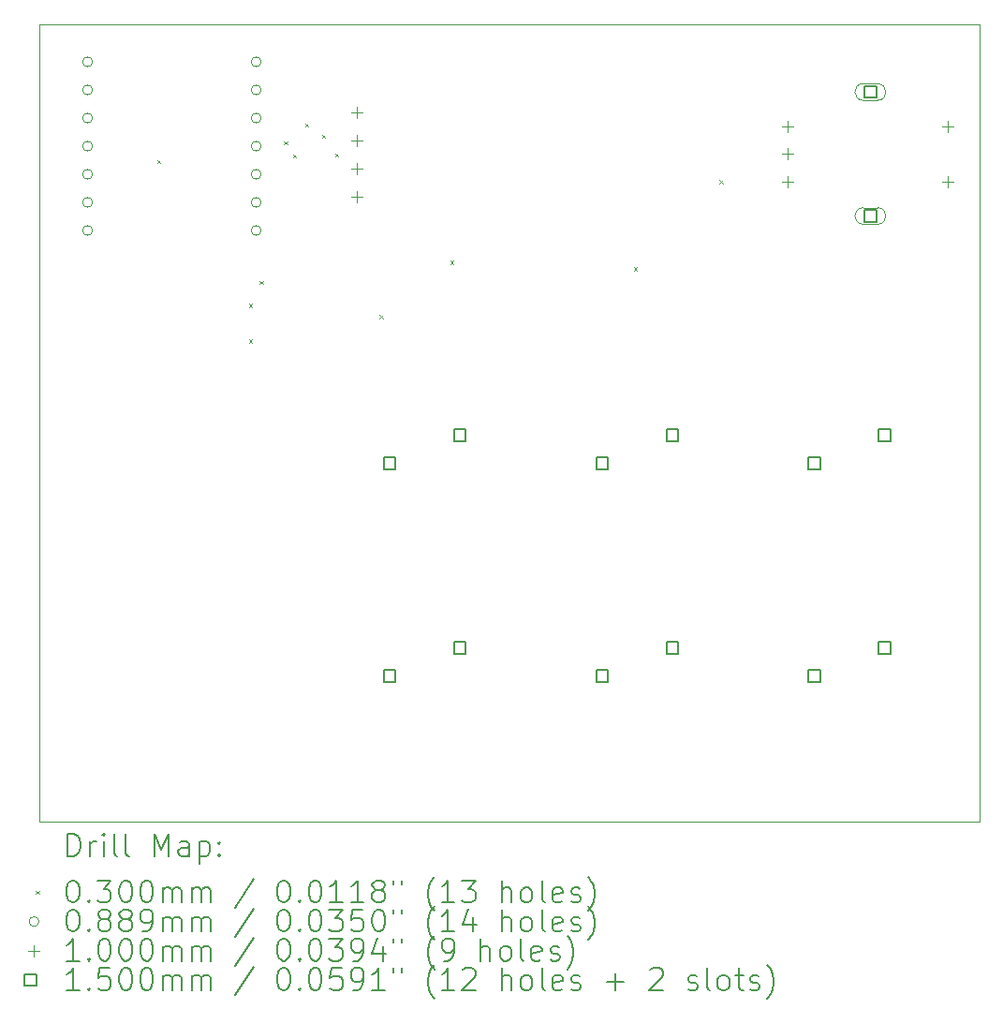
<source format=gbr>
%TF.GenerationSoftware,KiCad,Pcbnew,9.0.6*%
%TF.CreationDate,2025-12-23T15:22:59+08:00*%
%TF.ProjectId,jays-hackpad,6a617973-2d68-4616-936b-7061642e6b69,rev?*%
%TF.SameCoordinates,Original*%
%TF.FileFunction,Drillmap*%
%TF.FilePolarity,Positive*%
%FSLAX45Y45*%
G04 Gerber Fmt 4.5, Leading zero omitted, Abs format (unit mm)*
G04 Created by KiCad (PCBNEW 9.0.6) date 2025-12-23 15:22:59*
%MOMM*%
%LPD*%
G01*
G04 APERTURE LIST*
%ADD10C,0.050000*%
%ADD11C,0.200000*%
%ADD12C,0.100000*%
%ADD13C,0.150000*%
G04 APERTURE END LIST*
D10*
X7700000Y-6070000D02*
X16200000Y-6070000D01*
X16200000Y-13270000D01*
X7700000Y-13270000D01*
X7700000Y-6070000D01*
D11*
D12*
X8765000Y-7295000D02*
X8795000Y-7325000D01*
X8795000Y-7295000D02*
X8765000Y-7325000D01*
X9595000Y-8595000D02*
X9625000Y-8625000D01*
X9625000Y-8595000D02*
X9595000Y-8625000D01*
X9595000Y-8915000D02*
X9625000Y-8945000D01*
X9625000Y-8915000D02*
X9595000Y-8945000D01*
X9695000Y-8385000D02*
X9725000Y-8415000D01*
X9725000Y-8385000D02*
X9695000Y-8415000D01*
X9915000Y-7125000D02*
X9945000Y-7155000D01*
X9945000Y-7125000D02*
X9915000Y-7155000D01*
X9995000Y-7245000D02*
X10025000Y-7275000D01*
X10025000Y-7245000D02*
X9995000Y-7275000D01*
X10105000Y-6965000D02*
X10135000Y-6995000D01*
X10135000Y-6965000D02*
X10105000Y-6995000D01*
X10255000Y-7065000D02*
X10285000Y-7095000D01*
X10285000Y-7065000D02*
X10255000Y-7095000D01*
X10375000Y-7235000D02*
X10405000Y-7265000D01*
X10405000Y-7235000D02*
X10375000Y-7265000D01*
X10775000Y-8695000D02*
X10805000Y-8725000D01*
X10805000Y-8695000D02*
X10775000Y-8725000D01*
X11415000Y-8205000D02*
X11445000Y-8235000D01*
X11445000Y-8205000D02*
X11415000Y-8235000D01*
X13075000Y-8265000D02*
X13105000Y-8295000D01*
X13105000Y-8265000D02*
X13075000Y-8295000D01*
X13852500Y-7477500D02*
X13882500Y-7507500D01*
X13882500Y-7477500D02*
X13852500Y-7507500D01*
X8182450Y-6408000D02*
G75*
G02*
X8093550Y-6408000I-44450J0D01*
G01*
X8093550Y-6408000D02*
G75*
G02*
X8182450Y-6408000I44450J0D01*
G01*
X8182450Y-6662000D02*
G75*
G02*
X8093550Y-6662000I-44450J0D01*
G01*
X8093550Y-6662000D02*
G75*
G02*
X8182450Y-6662000I44450J0D01*
G01*
X8182450Y-6916000D02*
G75*
G02*
X8093550Y-6916000I-44450J0D01*
G01*
X8093550Y-6916000D02*
G75*
G02*
X8182450Y-6916000I44450J0D01*
G01*
X8182450Y-7170000D02*
G75*
G02*
X8093550Y-7170000I-44450J0D01*
G01*
X8093550Y-7170000D02*
G75*
G02*
X8182450Y-7170000I44450J0D01*
G01*
X8182450Y-7424000D02*
G75*
G02*
X8093550Y-7424000I-44450J0D01*
G01*
X8093550Y-7424000D02*
G75*
G02*
X8182450Y-7424000I44450J0D01*
G01*
X8182450Y-7678000D02*
G75*
G02*
X8093550Y-7678000I-44450J0D01*
G01*
X8093550Y-7678000D02*
G75*
G02*
X8182450Y-7678000I44450J0D01*
G01*
X8182450Y-7932000D02*
G75*
G02*
X8093550Y-7932000I-44450J0D01*
G01*
X8093550Y-7932000D02*
G75*
G02*
X8182450Y-7932000I44450J0D01*
G01*
X9706450Y-6408000D02*
G75*
G02*
X9617550Y-6408000I-44450J0D01*
G01*
X9617550Y-6408000D02*
G75*
G02*
X9706450Y-6408000I44450J0D01*
G01*
X9706450Y-6662000D02*
G75*
G02*
X9617550Y-6662000I-44450J0D01*
G01*
X9617550Y-6662000D02*
G75*
G02*
X9706450Y-6662000I44450J0D01*
G01*
X9706450Y-6916000D02*
G75*
G02*
X9617550Y-6916000I-44450J0D01*
G01*
X9617550Y-6916000D02*
G75*
G02*
X9706450Y-6916000I44450J0D01*
G01*
X9706450Y-7170000D02*
G75*
G02*
X9617550Y-7170000I-44450J0D01*
G01*
X9617550Y-7170000D02*
G75*
G02*
X9706450Y-7170000I44450J0D01*
G01*
X9706450Y-7424000D02*
G75*
G02*
X9617550Y-7424000I-44450J0D01*
G01*
X9617550Y-7424000D02*
G75*
G02*
X9706450Y-7424000I44450J0D01*
G01*
X9706450Y-7678000D02*
G75*
G02*
X9617550Y-7678000I-44450J0D01*
G01*
X9617550Y-7678000D02*
G75*
G02*
X9706450Y-7678000I44450J0D01*
G01*
X9706450Y-7932000D02*
G75*
G02*
X9617550Y-7932000I-44450J0D01*
G01*
X9617550Y-7932000D02*
G75*
G02*
X9706450Y-7932000I44450J0D01*
G01*
X10568500Y-6817500D02*
X10568500Y-6917500D01*
X10518500Y-6867500D02*
X10618500Y-6867500D01*
X10568500Y-7071500D02*
X10568500Y-7171500D01*
X10518500Y-7121500D02*
X10618500Y-7121500D01*
X10568500Y-7325500D02*
X10568500Y-7425500D01*
X10518500Y-7375500D02*
X10618500Y-7375500D01*
X10568500Y-7579500D02*
X10568500Y-7679500D01*
X10518500Y-7629500D02*
X10618500Y-7629500D01*
X14465000Y-6940000D02*
X14465000Y-7040000D01*
X14415000Y-6990000D02*
X14515000Y-6990000D01*
X14465000Y-7190000D02*
X14465000Y-7290000D01*
X14415000Y-7240000D02*
X14515000Y-7240000D01*
X14465000Y-7440000D02*
X14465000Y-7540000D01*
X14415000Y-7490000D02*
X14515000Y-7490000D01*
X15915000Y-6940000D02*
X15915000Y-7040000D01*
X15865000Y-6990000D02*
X15965000Y-6990000D01*
X15915000Y-7440000D02*
X15915000Y-7540000D01*
X15865000Y-7490000D02*
X15965000Y-7490000D01*
D13*
X10922034Y-10089034D02*
X10922034Y-9982967D01*
X10815967Y-9982967D01*
X10815967Y-10089034D01*
X10922034Y-10089034D01*
X10922034Y-12009033D02*
X10922034Y-11902966D01*
X10815967Y-11902966D01*
X10815967Y-12009033D01*
X10922034Y-12009033D01*
X11557033Y-9835034D02*
X11557033Y-9728967D01*
X11450966Y-9728967D01*
X11450966Y-9835034D01*
X11557033Y-9835034D01*
X11557033Y-11755033D02*
X11557033Y-11648966D01*
X11450966Y-11648966D01*
X11450966Y-11755033D01*
X11557033Y-11755033D01*
X12842033Y-10089034D02*
X12842033Y-9982967D01*
X12735966Y-9982967D01*
X12735966Y-10089034D01*
X12842033Y-10089034D01*
X12842033Y-12009033D02*
X12842033Y-11902966D01*
X12735966Y-11902966D01*
X12735966Y-12009033D01*
X12842033Y-12009033D01*
X13477033Y-9835034D02*
X13477033Y-9728967D01*
X13370966Y-9728967D01*
X13370966Y-9835034D01*
X13477033Y-9835034D01*
X13477033Y-11755033D02*
X13477033Y-11648966D01*
X13370966Y-11648966D01*
X13370966Y-11755033D01*
X13477033Y-11755033D01*
X14762033Y-10089034D02*
X14762033Y-9982967D01*
X14655966Y-9982967D01*
X14655966Y-10089034D01*
X14762033Y-10089034D01*
X14762033Y-12009033D02*
X14762033Y-11902966D01*
X14655966Y-11902966D01*
X14655966Y-12009033D01*
X14762033Y-12009033D01*
X15268033Y-6733033D02*
X15268033Y-6626966D01*
X15161966Y-6626966D01*
X15161966Y-6733033D01*
X15268033Y-6733033D01*
D12*
X15150000Y-6755000D02*
X15280000Y-6755000D01*
X15280000Y-6605000D02*
G75*
G02*
X15280000Y-6755000I0J-75000D01*
G01*
X15280000Y-6605000D02*
X15150000Y-6605000D01*
X15150000Y-6605000D02*
G75*
G03*
X15150000Y-6755000I0J-75000D01*
G01*
D13*
X15268033Y-7853033D02*
X15268033Y-7746966D01*
X15161966Y-7746966D01*
X15161966Y-7853033D01*
X15268033Y-7853033D01*
D12*
X15150000Y-7875000D02*
X15280000Y-7875000D01*
X15280000Y-7725000D02*
G75*
G02*
X15280000Y-7875000I0J-75000D01*
G01*
X15280000Y-7725000D02*
X15150000Y-7725000D01*
X15150000Y-7725000D02*
G75*
G03*
X15150000Y-7875000I0J-75000D01*
G01*
D13*
X15397033Y-9835034D02*
X15397033Y-9728967D01*
X15290966Y-9728967D01*
X15290966Y-9835034D01*
X15397033Y-9835034D01*
X15397033Y-11755033D02*
X15397033Y-11648966D01*
X15290966Y-11648966D01*
X15290966Y-11755033D01*
X15397033Y-11755033D01*
D11*
X7958277Y-13583984D02*
X7958277Y-13383984D01*
X7958277Y-13383984D02*
X8005896Y-13383984D01*
X8005896Y-13383984D02*
X8034467Y-13393508D01*
X8034467Y-13393508D02*
X8053515Y-13412555D01*
X8053515Y-13412555D02*
X8063039Y-13431603D01*
X8063039Y-13431603D02*
X8072562Y-13469698D01*
X8072562Y-13469698D02*
X8072562Y-13498269D01*
X8072562Y-13498269D02*
X8063039Y-13536365D01*
X8063039Y-13536365D02*
X8053515Y-13555412D01*
X8053515Y-13555412D02*
X8034467Y-13574460D01*
X8034467Y-13574460D02*
X8005896Y-13583984D01*
X8005896Y-13583984D02*
X7958277Y-13583984D01*
X8158277Y-13583984D02*
X8158277Y-13450650D01*
X8158277Y-13488746D02*
X8167801Y-13469698D01*
X8167801Y-13469698D02*
X8177324Y-13460174D01*
X8177324Y-13460174D02*
X8196372Y-13450650D01*
X8196372Y-13450650D02*
X8215420Y-13450650D01*
X8282086Y-13583984D02*
X8282086Y-13450650D01*
X8282086Y-13383984D02*
X8272562Y-13393508D01*
X8272562Y-13393508D02*
X8282086Y-13403031D01*
X8282086Y-13403031D02*
X8291610Y-13393508D01*
X8291610Y-13393508D02*
X8282086Y-13383984D01*
X8282086Y-13383984D02*
X8282086Y-13403031D01*
X8405896Y-13583984D02*
X8386848Y-13574460D01*
X8386848Y-13574460D02*
X8377324Y-13555412D01*
X8377324Y-13555412D02*
X8377324Y-13383984D01*
X8510658Y-13583984D02*
X8491610Y-13574460D01*
X8491610Y-13574460D02*
X8482086Y-13555412D01*
X8482086Y-13555412D02*
X8482086Y-13383984D01*
X8739229Y-13583984D02*
X8739229Y-13383984D01*
X8739229Y-13383984D02*
X8805896Y-13526841D01*
X8805896Y-13526841D02*
X8872563Y-13383984D01*
X8872563Y-13383984D02*
X8872563Y-13583984D01*
X9053515Y-13583984D02*
X9053515Y-13479222D01*
X9053515Y-13479222D02*
X9043991Y-13460174D01*
X9043991Y-13460174D02*
X9024944Y-13450650D01*
X9024944Y-13450650D02*
X8986848Y-13450650D01*
X8986848Y-13450650D02*
X8967801Y-13460174D01*
X9053515Y-13574460D02*
X9034467Y-13583984D01*
X9034467Y-13583984D02*
X8986848Y-13583984D01*
X8986848Y-13583984D02*
X8967801Y-13574460D01*
X8967801Y-13574460D02*
X8958277Y-13555412D01*
X8958277Y-13555412D02*
X8958277Y-13536365D01*
X8958277Y-13536365D02*
X8967801Y-13517317D01*
X8967801Y-13517317D02*
X8986848Y-13507793D01*
X8986848Y-13507793D02*
X9034467Y-13507793D01*
X9034467Y-13507793D02*
X9053515Y-13498269D01*
X9148753Y-13450650D02*
X9148753Y-13650650D01*
X9148753Y-13460174D02*
X9167801Y-13450650D01*
X9167801Y-13450650D02*
X9205896Y-13450650D01*
X9205896Y-13450650D02*
X9224944Y-13460174D01*
X9224944Y-13460174D02*
X9234467Y-13469698D01*
X9234467Y-13469698D02*
X9243991Y-13488746D01*
X9243991Y-13488746D02*
X9243991Y-13545888D01*
X9243991Y-13545888D02*
X9234467Y-13564936D01*
X9234467Y-13564936D02*
X9224944Y-13574460D01*
X9224944Y-13574460D02*
X9205896Y-13583984D01*
X9205896Y-13583984D02*
X9167801Y-13583984D01*
X9167801Y-13583984D02*
X9148753Y-13574460D01*
X9329705Y-13564936D02*
X9339229Y-13574460D01*
X9339229Y-13574460D02*
X9329705Y-13583984D01*
X9329705Y-13583984D02*
X9320182Y-13574460D01*
X9320182Y-13574460D02*
X9329705Y-13564936D01*
X9329705Y-13564936D02*
X9329705Y-13583984D01*
X9329705Y-13460174D02*
X9339229Y-13469698D01*
X9339229Y-13469698D02*
X9329705Y-13479222D01*
X9329705Y-13479222D02*
X9320182Y-13469698D01*
X9320182Y-13469698D02*
X9329705Y-13460174D01*
X9329705Y-13460174D02*
X9329705Y-13479222D01*
D12*
X7667500Y-13897500D02*
X7697500Y-13927500D01*
X7697500Y-13897500D02*
X7667500Y-13927500D01*
D11*
X7996372Y-13803984D02*
X8015420Y-13803984D01*
X8015420Y-13803984D02*
X8034467Y-13813508D01*
X8034467Y-13813508D02*
X8043991Y-13823031D01*
X8043991Y-13823031D02*
X8053515Y-13842079D01*
X8053515Y-13842079D02*
X8063039Y-13880174D01*
X8063039Y-13880174D02*
X8063039Y-13927793D01*
X8063039Y-13927793D02*
X8053515Y-13965888D01*
X8053515Y-13965888D02*
X8043991Y-13984936D01*
X8043991Y-13984936D02*
X8034467Y-13994460D01*
X8034467Y-13994460D02*
X8015420Y-14003984D01*
X8015420Y-14003984D02*
X7996372Y-14003984D01*
X7996372Y-14003984D02*
X7977324Y-13994460D01*
X7977324Y-13994460D02*
X7967801Y-13984936D01*
X7967801Y-13984936D02*
X7958277Y-13965888D01*
X7958277Y-13965888D02*
X7948753Y-13927793D01*
X7948753Y-13927793D02*
X7948753Y-13880174D01*
X7948753Y-13880174D02*
X7958277Y-13842079D01*
X7958277Y-13842079D02*
X7967801Y-13823031D01*
X7967801Y-13823031D02*
X7977324Y-13813508D01*
X7977324Y-13813508D02*
X7996372Y-13803984D01*
X8148753Y-13984936D02*
X8158277Y-13994460D01*
X8158277Y-13994460D02*
X8148753Y-14003984D01*
X8148753Y-14003984D02*
X8139229Y-13994460D01*
X8139229Y-13994460D02*
X8148753Y-13984936D01*
X8148753Y-13984936D02*
X8148753Y-14003984D01*
X8224943Y-13803984D02*
X8348753Y-13803984D01*
X8348753Y-13803984D02*
X8282086Y-13880174D01*
X8282086Y-13880174D02*
X8310658Y-13880174D01*
X8310658Y-13880174D02*
X8329705Y-13889698D01*
X8329705Y-13889698D02*
X8339229Y-13899222D01*
X8339229Y-13899222D02*
X8348753Y-13918269D01*
X8348753Y-13918269D02*
X8348753Y-13965888D01*
X8348753Y-13965888D02*
X8339229Y-13984936D01*
X8339229Y-13984936D02*
X8329705Y-13994460D01*
X8329705Y-13994460D02*
X8310658Y-14003984D01*
X8310658Y-14003984D02*
X8253515Y-14003984D01*
X8253515Y-14003984D02*
X8234467Y-13994460D01*
X8234467Y-13994460D02*
X8224943Y-13984936D01*
X8472563Y-13803984D02*
X8491610Y-13803984D01*
X8491610Y-13803984D02*
X8510658Y-13813508D01*
X8510658Y-13813508D02*
X8520182Y-13823031D01*
X8520182Y-13823031D02*
X8529705Y-13842079D01*
X8529705Y-13842079D02*
X8539229Y-13880174D01*
X8539229Y-13880174D02*
X8539229Y-13927793D01*
X8539229Y-13927793D02*
X8529705Y-13965888D01*
X8529705Y-13965888D02*
X8520182Y-13984936D01*
X8520182Y-13984936D02*
X8510658Y-13994460D01*
X8510658Y-13994460D02*
X8491610Y-14003984D01*
X8491610Y-14003984D02*
X8472563Y-14003984D01*
X8472563Y-14003984D02*
X8453515Y-13994460D01*
X8453515Y-13994460D02*
X8443991Y-13984936D01*
X8443991Y-13984936D02*
X8434467Y-13965888D01*
X8434467Y-13965888D02*
X8424944Y-13927793D01*
X8424944Y-13927793D02*
X8424944Y-13880174D01*
X8424944Y-13880174D02*
X8434467Y-13842079D01*
X8434467Y-13842079D02*
X8443991Y-13823031D01*
X8443991Y-13823031D02*
X8453515Y-13813508D01*
X8453515Y-13813508D02*
X8472563Y-13803984D01*
X8663039Y-13803984D02*
X8682086Y-13803984D01*
X8682086Y-13803984D02*
X8701134Y-13813508D01*
X8701134Y-13813508D02*
X8710658Y-13823031D01*
X8710658Y-13823031D02*
X8720182Y-13842079D01*
X8720182Y-13842079D02*
X8729705Y-13880174D01*
X8729705Y-13880174D02*
X8729705Y-13927793D01*
X8729705Y-13927793D02*
X8720182Y-13965888D01*
X8720182Y-13965888D02*
X8710658Y-13984936D01*
X8710658Y-13984936D02*
X8701134Y-13994460D01*
X8701134Y-13994460D02*
X8682086Y-14003984D01*
X8682086Y-14003984D02*
X8663039Y-14003984D01*
X8663039Y-14003984D02*
X8643991Y-13994460D01*
X8643991Y-13994460D02*
X8634467Y-13984936D01*
X8634467Y-13984936D02*
X8624944Y-13965888D01*
X8624944Y-13965888D02*
X8615420Y-13927793D01*
X8615420Y-13927793D02*
X8615420Y-13880174D01*
X8615420Y-13880174D02*
X8624944Y-13842079D01*
X8624944Y-13842079D02*
X8634467Y-13823031D01*
X8634467Y-13823031D02*
X8643991Y-13813508D01*
X8643991Y-13813508D02*
X8663039Y-13803984D01*
X8815420Y-14003984D02*
X8815420Y-13870650D01*
X8815420Y-13889698D02*
X8824944Y-13880174D01*
X8824944Y-13880174D02*
X8843991Y-13870650D01*
X8843991Y-13870650D02*
X8872563Y-13870650D01*
X8872563Y-13870650D02*
X8891610Y-13880174D01*
X8891610Y-13880174D02*
X8901134Y-13899222D01*
X8901134Y-13899222D02*
X8901134Y-14003984D01*
X8901134Y-13899222D02*
X8910658Y-13880174D01*
X8910658Y-13880174D02*
X8929705Y-13870650D01*
X8929705Y-13870650D02*
X8958277Y-13870650D01*
X8958277Y-13870650D02*
X8977325Y-13880174D01*
X8977325Y-13880174D02*
X8986848Y-13899222D01*
X8986848Y-13899222D02*
X8986848Y-14003984D01*
X9082086Y-14003984D02*
X9082086Y-13870650D01*
X9082086Y-13889698D02*
X9091610Y-13880174D01*
X9091610Y-13880174D02*
X9110658Y-13870650D01*
X9110658Y-13870650D02*
X9139229Y-13870650D01*
X9139229Y-13870650D02*
X9158277Y-13880174D01*
X9158277Y-13880174D02*
X9167801Y-13899222D01*
X9167801Y-13899222D02*
X9167801Y-14003984D01*
X9167801Y-13899222D02*
X9177325Y-13880174D01*
X9177325Y-13880174D02*
X9196372Y-13870650D01*
X9196372Y-13870650D02*
X9224944Y-13870650D01*
X9224944Y-13870650D02*
X9243991Y-13880174D01*
X9243991Y-13880174D02*
X9253515Y-13899222D01*
X9253515Y-13899222D02*
X9253515Y-14003984D01*
X9643991Y-13794460D02*
X9472563Y-14051603D01*
X9901134Y-13803984D02*
X9920182Y-13803984D01*
X9920182Y-13803984D02*
X9939229Y-13813508D01*
X9939229Y-13813508D02*
X9948753Y-13823031D01*
X9948753Y-13823031D02*
X9958277Y-13842079D01*
X9958277Y-13842079D02*
X9967801Y-13880174D01*
X9967801Y-13880174D02*
X9967801Y-13927793D01*
X9967801Y-13927793D02*
X9958277Y-13965888D01*
X9958277Y-13965888D02*
X9948753Y-13984936D01*
X9948753Y-13984936D02*
X9939229Y-13994460D01*
X9939229Y-13994460D02*
X9920182Y-14003984D01*
X9920182Y-14003984D02*
X9901134Y-14003984D01*
X9901134Y-14003984D02*
X9882087Y-13994460D01*
X9882087Y-13994460D02*
X9872563Y-13984936D01*
X9872563Y-13984936D02*
X9863039Y-13965888D01*
X9863039Y-13965888D02*
X9853515Y-13927793D01*
X9853515Y-13927793D02*
X9853515Y-13880174D01*
X9853515Y-13880174D02*
X9863039Y-13842079D01*
X9863039Y-13842079D02*
X9872563Y-13823031D01*
X9872563Y-13823031D02*
X9882087Y-13813508D01*
X9882087Y-13813508D02*
X9901134Y-13803984D01*
X10053515Y-13984936D02*
X10063039Y-13994460D01*
X10063039Y-13994460D02*
X10053515Y-14003984D01*
X10053515Y-14003984D02*
X10043991Y-13994460D01*
X10043991Y-13994460D02*
X10053515Y-13984936D01*
X10053515Y-13984936D02*
X10053515Y-14003984D01*
X10186848Y-13803984D02*
X10205896Y-13803984D01*
X10205896Y-13803984D02*
X10224944Y-13813508D01*
X10224944Y-13813508D02*
X10234468Y-13823031D01*
X10234468Y-13823031D02*
X10243991Y-13842079D01*
X10243991Y-13842079D02*
X10253515Y-13880174D01*
X10253515Y-13880174D02*
X10253515Y-13927793D01*
X10253515Y-13927793D02*
X10243991Y-13965888D01*
X10243991Y-13965888D02*
X10234468Y-13984936D01*
X10234468Y-13984936D02*
X10224944Y-13994460D01*
X10224944Y-13994460D02*
X10205896Y-14003984D01*
X10205896Y-14003984D02*
X10186848Y-14003984D01*
X10186848Y-14003984D02*
X10167801Y-13994460D01*
X10167801Y-13994460D02*
X10158277Y-13984936D01*
X10158277Y-13984936D02*
X10148753Y-13965888D01*
X10148753Y-13965888D02*
X10139229Y-13927793D01*
X10139229Y-13927793D02*
X10139229Y-13880174D01*
X10139229Y-13880174D02*
X10148753Y-13842079D01*
X10148753Y-13842079D02*
X10158277Y-13823031D01*
X10158277Y-13823031D02*
X10167801Y-13813508D01*
X10167801Y-13813508D02*
X10186848Y-13803984D01*
X10443991Y-14003984D02*
X10329706Y-14003984D01*
X10386848Y-14003984D02*
X10386848Y-13803984D01*
X10386848Y-13803984D02*
X10367801Y-13832555D01*
X10367801Y-13832555D02*
X10348753Y-13851603D01*
X10348753Y-13851603D02*
X10329706Y-13861127D01*
X10634468Y-14003984D02*
X10520182Y-14003984D01*
X10577325Y-14003984D02*
X10577325Y-13803984D01*
X10577325Y-13803984D02*
X10558277Y-13832555D01*
X10558277Y-13832555D02*
X10539229Y-13851603D01*
X10539229Y-13851603D02*
X10520182Y-13861127D01*
X10748753Y-13889698D02*
X10729706Y-13880174D01*
X10729706Y-13880174D02*
X10720182Y-13870650D01*
X10720182Y-13870650D02*
X10710658Y-13851603D01*
X10710658Y-13851603D02*
X10710658Y-13842079D01*
X10710658Y-13842079D02*
X10720182Y-13823031D01*
X10720182Y-13823031D02*
X10729706Y-13813508D01*
X10729706Y-13813508D02*
X10748753Y-13803984D01*
X10748753Y-13803984D02*
X10786849Y-13803984D01*
X10786849Y-13803984D02*
X10805896Y-13813508D01*
X10805896Y-13813508D02*
X10815420Y-13823031D01*
X10815420Y-13823031D02*
X10824944Y-13842079D01*
X10824944Y-13842079D02*
X10824944Y-13851603D01*
X10824944Y-13851603D02*
X10815420Y-13870650D01*
X10815420Y-13870650D02*
X10805896Y-13880174D01*
X10805896Y-13880174D02*
X10786849Y-13889698D01*
X10786849Y-13889698D02*
X10748753Y-13889698D01*
X10748753Y-13889698D02*
X10729706Y-13899222D01*
X10729706Y-13899222D02*
X10720182Y-13908746D01*
X10720182Y-13908746D02*
X10710658Y-13927793D01*
X10710658Y-13927793D02*
X10710658Y-13965888D01*
X10710658Y-13965888D02*
X10720182Y-13984936D01*
X10720182Y-13984936D02*
X10729706Y-13994460D01*
X10729706Y-13994460D02*
X10748753Y-14003984D01*
X10748753Y-14003984D02*
X10786849Y-14003984D01*
X10786849Y-14003984D02*
X10805896Y-13994460D01*
X10805896Y-13994460D02*
X10815420Y-13984936D01*
X10815420Y-13984936D02*
X10824944Y-13965888D01*
X10824944Y-13965888D02*
X10824944Y-13927793D01*
X10824944Y-13927793D02*
X10815420Y-13908746D01*
X10815420Y-13908746D02*
X10805896Y-13899222D01*
X10805896Y-13899222D02*
X10786849Y-13889698D01*
X10901134Y-13803984D02*
X10901134Y-13842079D01*
X10977325Y-13803984D02*
X10977325Y-13842079D01*
X11272563Y-14080174D02*
X11263039Y-14070650D01*
X11263039Y-14070650D02*
X11243991Y-14042079D01*
X11243991Y-14042079D02*
X11234468Y-14023031D01*
X11234468Y-14023031D02*
X11224944Y-13994460D01*
X11224944Y-13994460D02*
X11215420Y-13946841D01*
X11215420Y-13946841D02*
X11215420Y-13908746D01*
X11215420Y-13908746D02*
X11224944Y-13861127D01*
X11224944Y-13861127D02*
X11234468Y-13832555D01*
X11234468Y-13832555D02*
X11243991Y-13813508D01*
X11243991Y-13813508D02*
X11263039Y-13784936D01*
X11263039Y-13784936D02*
X11272563Y-13775412D01*
X11453515Y-14003984D02*
X11339229Y-14003984D01*
X11396372Y-14003984D02*
X11396372Y-13803984D01*
X11396372Y-13803984D02*
X11377325Y-13832555D01*
X11377325Y-13832555D02*
X11358277Y-13851603D01*
X11358277Y-13851603D02*
X11339229Y-13861127D01*
X11520182Y-13803984D02*
X11643991Y-13803984D01*
X11643991Y-13803984D02*
X11577325Y-13880174D01*
X11577325Y-13880174D02*
X11605896Y-13880174D01*
X11605896Y-13880174D02*
X11624944Y-13889698D01*
X11624944Y-13889698D02*
X11634468Y-13899222D01*
X11634468Y-13899222D02*
X11643991Y-13918269D01*
X11643991Y-13918269D02*
X11643991Y-13965888D01*
X11643991Y-13965888D02*
X11634468Y-13984936D01*
X11634468Y-13984936D02*
X11624944Y-13994460D01*
X11624944Y-13994460D02*
X11605896Y-14003984D01*
X11605896Y-14003984D02*
X11548753Y-14003984D01*
X11548753Y-14003984D02*
X11529706Y-13994460D01*
X11529706Y-13994460D02*
X11520182Y-13984936D01*
X11882087Y-14003984D02*
X11882087Y-13803984D01*
X11967801Y-14003984D02*
X11967801Y-13899222D01*
X11967801Y-13899222D02*
X11958277Y-13880174D01*
X11958277Y-13880174D02*
X11939230Y-13870650D01*
X11939230Y-13870650D02*
X11910658Y-13870650D01*
X11910658Y-13870650D02*
X11891610Y-13880174D01*
X11891610Y-13880174D02*
X11882087Y-13889698D01*
X12091610Y-14003984D02*
X12072563Y-13994460D01*
X12072563Y-13994460D02*
X12063039Y-13984936D01*
X12063039Y-13984936D02*
X12053515Y-13965888D01*
X12053515Y-13965888D02*
X12053515Y-13908746D01*
X12053515Y-13908746D02*
X12063039Y-13889698D01*
X12063039Y-13889698D02*
X12072563Y-13880174D01*
X12072563Y-13880174D02*
X12091610Y-13870650D01*
X12091610Y-13870650D02*
X12120182Y-13870650D01*
X12120182Y-13870650D02*
X12139230Y-13880174D01*
X12139230Y-13880174D02*
X12148753Y-13889698D01*
X12148753Y-13889698D02*
X12158277Y-13908746D01*
X12158277Y-13908746D02*
X12158277Y-13965888D01*
X12158277Y-13965888D02*
X12148753Y-13984936D01*
X12148753Y-13984936D02*
X12139230Y-13994460D01*
X12139230Y-13994460D02*
X12120182Y-14003984D01*
X12120182Y-14003984D02*
X12091610Y-14003984D01*
X12272563Y-14003984D02*
X12253515Y-13994460D01*
X12253515Y-13994460D02*
X12243991Y-13975412D01*
X12243991Y-13975412D02*
X12243991Y-13803984D01*
X12424944Y-13994460D02*
X12405896Y-14003984D01*
X12405896Y-14003984D02*
X12367801Y-14003984D01*
X12367801Y-14003984D02*
X12348753Y-13994460D01*
X12348753Y-13994460D02*
X12339230Y-13975412D01*
X12339230Y-13975412D02*
X12339230Y-13899222D01*
X12339230Y-13899222D02*
X12348753Y-13880174D01*
X12348753Y-13880174D02*
X12367801Y-13870650D01*
X12367801Y-13870650D02*
X12405896Y-13870650D01*
X12405896Y-13870650D02*
X12424944Y-13880174D01*
X12424944Y-13880174D02*
X12434468Y-13899222D01*
X12434468Y-13899222D02*
X12434468Y-13918269D01*
X12434468Y-13918269D02*
X12339230Y-13937317D01*
X12510658Y-13994460D02*
X12529706Y-14003984D01*
X12529706Y-14003984D02*
X12567801Y-14003984D01*
X12567801Y-14003984D02*
X12586849Y-13994460D01*
X12586849Y-13994460D02*
X12596372Y-13975412D01*
X12596372Y-13975412D02*
X12596372Y-13965888D01*
X12596372Y-13965888D02*
X12586849Y-13946841D01*
X12586849Y-13946841D02*
X12567801Y-13937317D01*
X12567801Y-13937317D02*
X12539230Y-13937317D01*
X12539230Y-13937317D02*
X12520182Y-13927793D01*
X12520182Y-13927793D02*
X12510658Y-13908746D01*
X12510658Y-13908746D02*
X12510658Y-13899222D01*
X12510658Y-13899222D02*
X12520182Y-13880174D01*
X12520182Y-13880174D02*
X12539230Y-13870650D01*
X12539230Y-13870650D02*
X12567801Y-13870650D01*
X12567801Y-13870650D02*
X12586849Y-13880174D01*
X12663039Y-14080174D02*
X12672563Y-14070650D01*
X12672563Y-14070650D02*
X12691611Y-14042079D01*
X12691611Y-14042079D02*
X12701134Y-14023031D01*
X12701134Y-14023031D02*
X12710658Y-13994460D01*
X12710658Y-13994460D02*
X12720182Y-13946841D01*
X12720182Y-13946841D02*
X12720182Y-13908746D01*
X12720182Y-13908746D02*
X12710658Y-13861127D01*
X12710658Y-13861127D02*
X12701134Y-13832555D01*
X12701134Y-13832555D02*
X12691611Y-13813508D01*
X12691611Y-13813508D02*
X12672563Y-13784936D01*
X12672563Y-13784936D02*
X12663039Y-13775412D01*
D12*
X7697500Y-14176500D02*
G75*
G02*
X7608600Y-14176500I-44450J0D01*
G01*
X7608600Y-14176500D02*
G75*
G02*
X7697500Y-14176500I44450J0D01*
G01*
D11*
X7996372Y-14067984D02*
X8015420Y-14067984D01*
X8015420Y-14067984D02*
X8034467Y-14077508D01*
X8034467Y-14077508D02*
X8043991Y-14087031D01*
X8043991Y-14087031D02*
X8053515Y-14106079D01*
X8053515Y-14106079D02*
X8063039Y-14144174D01*
X8063039Y-14144174D02*
X8063039Y-14191793D01*
X8063039Y-14191793D02*
X8053515Y-14229888D01*
X8053515Y-14229888D02*
X8043991Y-14248936D01*
X8043991Y-14248936D02*
X8034467Y-14258460D01*
X8034467Y-14258460D02*
X8015420Y-14267984D01*
X8015420Y-14267984D02*
X7996372Y-14267984D01*
X7996372Y-14267984D02*
X7977324Y-14258460D01*
X7977324Y-14258460D02*
X7967801Y-14248936D01*
X7967801Y-14248936D02*
X7958277Y-14229888D01*
X7958277Y-14229888D02*
X7948753Y-14191793D01*
X7948753Y-14191793D02*
X7948753Y-14144174D01*
X7948753Y-14144174D02*
X7958277Y-14106079D01*
X7958277Y-14106079D02*
X7967801Y-14087031D01*
X7967801Y-14087031D02*
X7977324Y-14077508D01*
X7977324Y-14077508D02*
X7996372Y-14067984D01*
X8148753Y-14248936D02*
X8158277Y-14258460D01*
X8158277Y-14258460D02*
X8148753Y-14267984D01*
X8148753Y-14267984D02*
X8139229Y-14258460D01*
X8139229Y-14258460D02*
X8148753Y-14248936D01*
X8148753Y-14248936D02*
X8148753Y-14267984D01*
X8272562Y-14153698D02*
X8253515Y-14144174D01*
X8253515Y-14144174D02*
X8243991Y-14134650D01*
X8243991Y-14134650D02*
X8234467Y-14115603D01*
X8234467Y-14115603D02*
X8234467Y-14106079D01*
X8234467Y-14106079D02*
X8243991Y-14087031D01*
X8243991Y-14087031D02*
X8253515Y-14077508D01*
X8253515Y-14077508D02*
X8272562Y-14067984D01*
X8272562Y-14067984D02*
X8310658Y-14067984D01*
X8310658Y-14067984D02*
X8329705Y-14077508D01*
X8329705Y-14077508D02*
X8339229Y-14087031D01*
X8339229Y-14087031D02*
X8348753Y-14106079D01*
X8348753Y-14106079D02*
X8348753Y-14115603D01*
X8348753Y-14115603D02*
X8339229Y-14134650D01*
X8339229Y-14134650D02*
X8329705Y-14144174D01*
X8329705Y-14144174D02*
X8310658Y-14153698D01*
X8310658Y-14153698D02*
X8272562Y-14153698D01*
X8272562Y-14153698D02*
X8253515Y-14163222D01*
X8253515Y-14163222D02*
X8243991Y-14172746D01*
X8243991Y-14172746D02*
X8234467Y-14191793D01*
X8234467Y-14191793D02*
X8234467Y-14229888D01*
X8234467Y-14229888D02*
X8243991Y-14248936D01*
X8243991Y-14248936D02*
X8253515Y-14258460D01*
X8253515Y-14258460D02*
X8272562Y-14267984D01*
X8272562Y-14267984D02*
X8310658Y-14267984D01*
X8310658Y-14267984D02*
X8329705Y-14258460D01*
X8329705Y-14258460D02*
X8339229Y-14248936D01*
X8339229Y-14248936D02*
X8348753Y-14229888D01*
X8348753Y-14229888D02*
X8348753Y-14191793D01*
X8348753Y-14191793D02*
X8339229Y-14172746D01*
X8339229Y-14172746D02*
X8329705Y-14163222D01*
X8329705Y-14163222D02*
X8310658Y-14153698D01*
X8463039Y-14153698D02*
X8443991Y-14144174D01*
X8443991Y-14144174D02*
X8434467Y-14134650D01*
X8434467Y-14134650D02*
X8424944Y-14115603D01*
X8424944Y-14115603D02*
X8424944Y-14106079D01*
X8424944Y-14106079D02*
X8434467Y-14087031D01*
X8434467Y-14087031D02*
X8443991Y-14077508D01*
X8443991Y-14077508D02*
X8463039Y-14067984D01*
X8463039Y-14067984D02*
X8501134Y-14067984D01*
X8501134Y-14067984D02*
X8520182Y-14077508D01*
X8520182Y-14077508D02*
X8529705Y-14087031D01*
X8529705Y-14087031D02*
X8539229Y-14106079D01*
X8539229Y-14106079D02*
X8539229Y-14115603D01*
X8539229Y-14115603D02*
X8529705Y-14134650D01*
X8529705Y-14134650D02*
X8520182Y-14144174D01*
X8520182Y-14144174D02*
X8501134Y-14153698D01*
X8501134Y-14153698D02*
X8463039Y-14153698D01*
X8463039Y-14153698D02*
X8443991Y-14163222D01*
X8443991Y-14163222D02*
X8434467Y-14172746D01*
X8434467Y-14172746D02*
X8424944Y-14191793D01*
X8424944Y-14191793D02*
X8424944Y-14229888D01*
X8424944Y-14229888D02*
X8434467Y-14248936D01*
X8434467Y-14248936D02*
X8443991Y-14258460D01*
X8443991Y-14258460D02*
X8463039Y-14267984D01*
X8463039Y-14267984D02*
X8501134Y-14267984D01*
X8501134Y-14267984D02*
X8520182Y-14258460D01*
X8520182Y-14258460D02*
X8529705Y-14248936D01*
X8529705Y-14248936D02*
X8539229Y-14229888D01*
X8539229Y-14229888D02*
X8539229Y-14191793D01*
X8539229Y-14191793D02*
X8529705Y-14172746D01*
X8529705Y-14172746D02*
X8520182Y-14163222D01*
X8520182Y-14163222D02*
X8501134Y-14153698D01*
X8634467Y-14267984D02*
X8672563Y-14267984D01*
X8672563Y-14267984D02*
X8691610Y-14258460D01*
X8691610Y-14258460D02*
X8701134Y-14248936D01*
X8701134Y-14248936D02*
X8720182Y-14220365D01*
X8720182Y-14220365D02*
X8729705Y-14182269D01*
X8729705Y-14182269D02*
X8729705Y-14106079D01*
X8729705Y-14106079D02*
X8720182Y-14087031D01*
X8720182Y-14087031D02*
X8710658Y-14077508D01*
X8710658Y-14077508D02*
X8691610Y-14067984D01*
X8691610Y-14067984D02*
X8653515Y-14067984D01*
X8653515Y-14067984D02*
X8634467Y-14077508D01*
X8634467Y-14077508D02*
X8624944Y-14087031D01*
X8624944Y-14087031D02*
X8615420Y-14106079D01*
X8615420Y-14106079D02*
X8615420Y-14153698D01*
X8615420Y-14153698D02*
X8624944Y-14172746D01*
X8624944Y-14172746D02*
X8634467Y-14182269D01*
X8634467Y-14182269D02*
X8653515Y-14191793D01*
X8653515Y-14191793D02*
X8691610Y-14191793D01*
X8691610Y-14191793D02*
X8710658Y-14182269D01*
X8710658Y-14182269D02*
X8720182Y-14172746D01*
X8720182Y-14172746D02*
X8729705Y-14153698D01*
X8815420Y-14267984D02*
X8815420Y-14134650D01*
X8815420Y-14153698D02*
X8824944Y-14144174D01*
X8824944Y-14144174D02*
X8843991Y-14134650D01*
X8843991Y-14134650D02*
X8872563Y-14134650D01*
X8872563Y-14134650D02*
X8891610Y-14144174D01*
X8891610Y-14144174D02*
X8901134Y-14163222D01*
X8901134Y-14163222D02*
X8901134Y-14267984D01*
X8901134Y-14163222D02*
X8910658Y-14144174D01*
X8910658Y-14144174D02*
X8929705Y-14134650D01*
X8929705Y-14134650D02*
X8958277Y-14134650D01*
X8958277Y-14134650D02*
X8977325Y-14144174D01*
X8977325Y-14144174D02*
X8986848Y-14163222D01*
X8986848Y-14163222D02*
X8986848Y-14267984D01*
X9082086Y-14267984D02*
X9082086Y-14134650D01*
X9082086Y-14153698D02*
X9091610Y-14144174D01*
X9091610Y-14144174D02*
X9110658Y-14134650D01*
X9110658Y-14134650D02*
X9139229Y-14134650D01*
X9139229Y-14134650D02*
X9158277Y-14144174D01*
X9158277Y-14144174D02*
X9167801Y-14163222D01*
X9167801Y-14163222D02*
X9167801Y-14267984D01*
X9167801Y-14163222D02*
X9177325Y-14144174D01*
X9177325Y-14144174D02*
X9196372Y-14134650D01*
X9196372Y-14134650D02*
X9224944Y-14134650D01*
X9224944Y-14134650D02*
X9243991Y-14144174D01*
X9243991Y-14144174D02*
X9253515Y-14163222D01*
X9253515Y-14163222D02*
X9253515Y-14267984D01*
X9643991Y-14058460D02*
X9472563Y-14315603D01*
X9901134Y-14067984D02*
X9920182Y-14067984D01*
X9920182Y-14067984D02*
X9939229Y-14077508D01*
X9939229Y-14077508D02*
X9948753Y-14087031D01*
X9948753Y-14087031D02*
X9958277Y-14106079D01*
X9958277Y-14106079D02*
X9967801Y-14144174D01*
X9967801Y-14144174D02*
X9967801Y-14191793D01*
X9967801Y-14191793D02*
X9958277Y-14229888D01*
X9958277Y-14229888D02*
X9948753Y-14248936D01*
X9948753Y-14248936D02*
X9939229Y-14258460D01*
X9939229Y-14258460D02*
X9920182Y-14267984D01*
X9920182Y-14267984D02*
X9901134Y-14267984D01*
X9901134Y-14267984D02*
X9882087Y-14258460D01*
X9882087Y-14258460D02*
X9872563Y-14248936D01*
X9872563Y-14248936D02*
X9863039Y-14229888D01*
X9863039Y-14229888D02*
X9853515Y-14191793D01*
X9853515Y-14191793D02*
X9853515Y-14144174D01*
X9853515Y-14144174D02*
X9863039Y-14106079D01*
X9863039Y-14106079D02*
X9872563Y-14087031D01*
X9872563Y-14087031D02*
X9882087Y-14077508D01*
X9882087Y-14077508D02*
X9901134Y-14067984D01*
X10053515Y-14248936D02*
X10063039Y-14258460D01*
X10063039Y-14258460D02*
X10053515Y-14267984D01*
X10053515Y-14267984D02*
X10043991Y-14258460D01*
X10043991Y-14258460D02*
X10053515Y-14248936D01*
X10053515Y-14248936D02*
X10053515Y-14267984D01*
X10186848Y-14067984D02*
X10205896Y-14067984D01*
X10205896Y-14067984D02*
X10224944Y-14077508D01*
X10224944Y-14077508D02*
X10234468Y-14087031D01*
X10234468Y-14087031D02*
X10243991Y-14106079D01*
X10243991Y-14106079D02*
X10253515Y-14144174D01*
X10253515Y-14144174D02*
X10253515Y-14191793D01*
X10253515Y-14191793D02*
X10243991Y-14229888D01*
X10243991Y-14229888D02*
X10234468Y-14248936D01*
X10234468Y-14248936D02*
X10224944Y-14258460D01*
X10224944Y-14258460D02*
X10205896Y-14267984D01*
X10205896Y-14267984D02*
X10186848Y-14267984D01*
X10186848Y-14267984D02*
X10167801Y-14258460D01*
X10167801Y-14258460D02*
X10158277Y-14248936D01*
X10158277Y-14248936D02*
X10148753Y-14229888D01*
X10148753Y-14229888D02*
X10139229Y-14191793D01*
X10139229Y-14191793D02*
X10139229Y-14144174D01*
X10139229Y-14144174D02*
X10148753Y-14106079D01*
X10148753Y-14106079D02*
X10158277Y-14087031D01*
X10158277Y-14087031D02*
X10167801Y-14077508D01*
X10167801Y-14077508D02*
X10186848Y-14067984D01*
X10320182Y-14067984D02*
X10443991Y-14067984D01*
X10443991Y-14067984D02*
X10377325Y-14144174D01*
X10377325Y-14144174D02*
X10405896Y-14144174D01*
X10405896Y-14144174D02*
X10424944Y-14153698D01*
X10424944Y-14153698D02*
X10434468Y-14163222D01*
X10434468Y-14163222D02*
X10443991Y-14182269D01*
X10443991Y-14182269D02*
X10443991Y-14229888D01*
X10443991Y-14229888D02*
X10434468Y-14248936D01*
X10434468Y-14248936D02*
X10424944Y-14258460D01*
X10424944Y-14258460D02*
X10405896Y-14267984D01*
X10405896Y-14267984D02*
X10348753Y-14267984D01*
X10348753Y-14267984D02*
X10329706Y-14258460D01*
X10329706Y-14258460D02*
X10320182Y-14248936D01*
X10624944Y-14067984D02*
X10529706Y-14067984D01*
X10529706Y-14067984D02*
X10520182Y-14163222D01*
X10520182Y-14163222D02*
X10529706Y-14153698D01*
X10529706Y-14153698D02*
X10548753Y-14144174D01*
X10548753Y-14144174D02*
X10596372Y-14144174D01*
X10596372Y-14144174D02*
X10615420Y-14153698D01*
X10615420Y-14153698D02*
X10624944Y-14163222D01*
X10624944Y-14163222D02*
X10634468Y-14182269D01*
X10634468Y-14182269D02*
X10634468Y-14229888D01*
X10634468Y-14229888D02*
X10624944Y-14248936D01*
X10624944Y-14248936D02*
X10615420Y-14258460D01*
X10615420Y-14258460D02*
X10596372Y-14267984D01*
X10596372Y-14267984D02*
X10548753Y-14267984D01*
X10548753Y-14267984D02*
X10529706Y-14258460D01*
X10529706Y-14258460D02*
X10520182Y-14248936D01*
X10758277Y-14067984D02*
X10777325Y-14067984D01*
X10777325Y-14067984D02*
X10796372Y-14077508D01*
X10796372Y-14077508D02*
X10805896Y-14087031D01*
X10805896Y-14087031D02*
X10815420Y-14106079D01*
X10815420Y-14106079D02*
X10824944Y-14144174D01*
X10824944Y-14144174D02*
X10824944Y-14191793D01*
X10824944Y-14191793D02*
X10815420Y-14229888D01*
X10815420Y-14229888D02*
X10805896Y-14248936D01*
X10805896Y-14248936D02*
X10796372Y-14258460D01*
X10796372Y-14258460D02*
X10777325Y-14267984D01*
X10777325Y-14267984D02*
X10758277Y-14267984D01*
X10758277Y-14267984D02*
X10739229Y-14258460D01*
X10739229Y-14258460D02*
X10729706Y-14248936D01*
X10729706Y-14248936D02*
X10720182Y-14229888D01*
X10720182Y-14229888D02*
X10710658Y-14191793D01*
X10710658Y-14191793D02*
X10710658Y-14144174D01*
X10710658Y-14144174D02*
X10720182Y-14106079D01*
X10720182Y-14106079D02*
X10729706Y-14087031D01*
X10729706Y-14087031D02*
X10739229Y-14077508D01*
X10739229Y-14077508D02*
X10758277Y-14067984D01*
X10901134Y-14067984D02*
X10901134Y-14106079D01*
X10977325Y-14067984D02*
X10977325Y-14106079D01*
X11272563Y-14344174D02*
X11263039Y-14334650D01*
X11263039Y-14334650D02*
X11243991Y-14306079D01*
X11243991Y-14306079D02*
X11234468Y-14287031D01*
X11234468Y-14287031D02*
X11224944Y-14258460D01*
X11224944Y-14258460D02*
X11215420Y-14210841D01*
X11215420Y-14210841D02*
X11215420Y-14172746D01*
X11215420Y-14172746D02*
X11224944Y-14125127D01*
X11224944Y-14125127D02*
X11234468Y-14096555D01*
X11234468Y-14096555D02*
X11243991Y-14077508D01*
X11243991Y-14077508D02*
X11263039Y-14048936D01*
X11263039Y-14048936D02*
X11272563Y-14039412D01*
X11453515Y-14267984D02*
X11339229Y-14267984D01*
X11396372Y-14267984D02*
X11396372Y-14067984D01*
X11396372Y-14067984D02*
X11377325Y-14096555D01*
X11377325Y-14096555D02*
X11358277Y-14115603D01*
X11358277Y-14115603D02*
X11339229Y-14125127D01*
X11624944Y-14134650D02*
X11624944Y-14267984D01*
X11577325Y-14058460D02*
X11529706Y-14201317D01*
X11529706Y-14201317D02*
X11653515Y-14201317D01*
X11882087Y-14267984D02*
X11882087Y-14067984D01*
X11967801Y-14267984D02*
X11967801Y-14163222D01*
X11967801Y-14163222D02*
X11958277Y-14144174D01*
X11958277Y-14144174D02*
X11939230Y-14134650D01*
X11939230Y-14134650D02*
X11910658Y-14134650D01*
X11910658Y-14134650D02*
X11891610Y-14144174D01*
X11891610Y-14144174D02*
X11882087Y-14153698D01*
X12091610Y-14267984D02*
X12072563Y-14258460D01*
X12072563Y-14258460D02*
X12063039Y-14248936D01*
X12063039Y-14248936D02*
X12053515Y-14229888D01*
X12053515Y-14229888D02*
X12053515Y-14172746D01*
X12053515Y-14172746D02*
X12063039Y-14153698D01*
X12063039Y-14153698D02*
X12072563Y-14144174D01*
X12072563Y-14144174D02*
X12091610Y-14134650D01*
X12091610Y-14134650D02*
X12120182Y-14134650D01*
X12120182Y-14134650D02*
X12139230Y-14144174D01*
X12139230Y-14144174D02*
X12148753Y-14153698D01*
X12148753Y-14153698D02*
X12158277Y-14172746D01*
X12158277Y-14172746D02*
X12158277Y-14229888D01*
X12158277Y-14229888D02*
X12148753Y-14248936D01*
X12148753Y-14248936D02*
X12139230Y-14258460D01*
X12139230Y-14258460D02*
X12120182Y-14267984D01*
X12120182Y-14267984D02*
X12091610Y-14267984D01*
X12272563Y-14267984D02*
X12253515Y-14258460D01*
X12253515Y-14258460D02*
X12243991Y-14239412D01*
X12243991Y-14239412D02*
X12243991Y-14067984D01*
X12424944Y-14258460D02*
X12405896Y-14267984D01*
X12405896Y-14267984D02*
X12367801Y-14267984D01*
X12367801Y-14267984D02*
X12348753Y-14258460D01*
X12348753Y-14258460D02*
X12339230Y-14239412D01*
X12339230Y-14239412D02*
X12339230Y-14163222D01*
X12339230Y-14163222D02*
X12348753Y-14144174D01*
X12348753Y-14144174D02*
X12367801Y-14134650D01*
X12367801Y-14134650D02*
X12405896Y-14134650D01*
X12405896Y-14134650D02*
X12424944Y-14144174D01*
X12424944Y-14144174D02*
X12434468Y-14163222D01*
X12434468Y-14163222D02*
X12434468Y-14182269D01*
X12434468Y-14182269D02*
X12339230Y-14201317D01*
X12510658Y-14258460D02*
X12529706Y-14267984D01*
X12529706Y-14267984D02*
X12567801Y-14267984D01*
X12567801Y-14267984D02*
X12586849Y-14258460D01*
X12586849Y-14258460D02*
X12596372Y-14239412D01*
X12596372Y-14239412D02*
X12596372Y-14229888D01*
X12596372Y-14229888D02*
X12586849Y-14210841D01*
X12586849Y-14210841D02*
X12567801Y-14201317D01*
X12567801Y-14201317D02*
X12539230Y-14201317D01*
X12539230Y-14201317D02*
X12520182Y-14191793D01*
X12520182Y-14191793D02*
X12510658Y-14172746D01*
X12510658Y-14172746D02*
X12510658Y-14163222D01*
X12510658Y-14163222D02*
X12520182Y-14144174D01*
X12520182Y-14144174D02*
X12539230Y-14134650D01*
X12539230Y-14134650D02*
X12567801Y-14134650D01*
X12567801Y-14134650D02*
X12586849Y-14144174D01*
X12663039Y-14344174D02*
X12672563Y-14334650D01*
X12672563Y-14334650D02*
X12691611Y-14306079D01*
X12691611Y-14306079D02*
X12701134Y-14287031D01*
X12701134Y-14287031D02*
X12710658Y-14258460D01*
X12710658Y-14258460D02*
X12720182Y-14210841D01*
X12720182Y-14210841D02*
X12720182Y-14172746D01*
X12720182Y-14172746D02*
X12710658Y-14125127D01*
X12710658Y-14125127D02*
X12701134Y-14096555D01*
X12701134Y-14096555D02*
X12691611Y-14077508D01*
X12691611Y-14077508D02*
X12672563Y-14048936D01*
X12672563Y-14048936D02*
X12663039Y-14039412D01*
D12*
X7647500Y-14390500D02*
X7647500Y-14490500D01*
X7597500Y-14440500D02*
X7697500Y-14440500D01*
D11*
X8063039Y-14531984D02*
X7948753Y-14531984D01*
X8005896Y-14531984D02*
X8005896Y-14331984D01*
X8005896Y-14331984D02*
X7986848Y-14360555D01*
X7986848Y-14360555D02*
X7967801Y-14379603D01*
X7967801Y-14379603D02*
X7948753Y-14389127D01*
X8148753Y-14512936D02*
X8158277Y-14522460D01*
X8158277Y-14522460D02*
X8148753Y-14531984D01*
X8148753Y-14531984D02*
X8139229Y-14522460D01*
X8139229Y-14522460D02*
X8148753Y-14512936D01*
X8148753Y-14512936D02*
X8148753Y-14531984D01*
X8282086Y-14331984D02*
X8301134Y-14331984D01*
X8301134Y-14331984D02*
X8320182Y-14341508D01*
X8320182Y-14341508D02*
X8329705Y-14351031D01*
X8329705Y-14351031D02*
X8339229Y-14370079D01*
X8339229Y-14370079D02*
X8348753Y-14408174D01*
X8348753Y-14408174D02*
X8348753Y-14455793D01*
X8348753Y-14455793D02*
X8339229Y-14493888D01*
X8339229Y-14493888D02*
X8329705Y-14512936D01*
X8329705Y-14512936D02*
X8320182Y-14522460D01*
X8320182Y-14522460D02*
X8301134Y-14531984D01*
X8301134Y-14531984D02*
X8282086Y-14531984D01*
X8282086Y-14531984D02*
X8263039Y-14522460D01*
X8263039Y-14522460D02*
X8253515Y-14512936D01*
X8253515Y-14512936D02*
X8243991Y-14493888D01*
X8243991Y-14493888D02*
X8234467Y-14455793D01*
X8234467Y-14455793D02*
X8234467Y-14408174D01*
X8234467Y-14408174D02*
X8243991Y-14370079D01*
X8243991Y-14370079D02*
X8253515Y-14351031D01*
X8253515Y-14351031D02*
X8263039Y-14341508D01*
X8263039Y-14341508D02*
X8282086Y-14331984D01*
X8472563Y-14331984D02*
X8491610Y-14331984D01*
X8491610Y-14331984D02*
X8510658Y-14341508D01*
X8510658Y-14341508D02*
X8520182Y-14351031D01*
X8520182Y-14351031D02*
X8529705Y-14370079D01*
X8529705Y-14370079D02*
X8539229Y-14408174D01*
X8539229Y-14408174D02*
X8539229Y-14455793D01*
X8539229Y-14455793D02*
X8529705Y-14493888D01*
X8529705Y-14493888D02*
X8520182Y-14512936D01*
X8520182Y-14512936D02*
X8510658Y-14522460D01*
X8510658Y-14522460D02*
X8491610Y-14531984D01*
X8491610Y-14531984D02*
X8472563Y-14531984D01*
X8472563Y-14531984D02*
X8453515Y-14522460D01*
X8453515Y-14522460D02*
X8443991Y-14512936D01*
X8443991Y-14512936D02*
X8434467Y-14493888D01*
X8434467Y-14493888D02*
X8424944Y-14455793D01*
X8424944Y-14455793D02*
X8424944Y-14408174D01*
X8424944Y-14408174D02*
X8434467Y-14370079D01*
X8434467Y-14370079D02*
X8443991Y-14351031D01*
X8443991Y-14351031D02*
X8453515Y-14341508D01*
X8453515Y-14341508D02*
X8472563Y-14331984D01*
X8663039Y-14331984D02*
X8682086Y-14331984D01*
X8682086Y-14331984D02*
X8701134Y-14341508D01*
X8701134Y-14341508D02*
X8710658Y-14351031D01*
X8710658Y-14351031D02*
X8720182Y-14370079D01*
X8720182Y-14370079D02*
X8729705Y-14408174D01*
X8729705Y-14408174D02*
X8729705Y-14455793D01*
X8729705Y-14455793D02*
X8720182Y-14493888D01*
X8720182Y-14493888D02*
X8710658Y-14512936D01*
X8710658Y-14512936D02*
X8701134Y-14522460D01*
X8701134Y-14522460D02*
X8682086Y-14531984D01*
X8682086Y-14531984D02*
X8663039Y-14531984D01*
X8663039Y-14531984D02*
X8643991Y-14522460D01*
X8643991Y-14522460D02*
X8634467Y-14512936D01*
X8634467Y-14512936D02*
X8624944Y-14493888D01*
X8624944Y-14493888D02*
X8615420Y-14455793D01*
X8615420Y-14455793D02*
X8615420Y-14408174D01*
X8615420Y-14408174D02*
X8624944Y-14370079D01*
X8624944Y-14370079D02*
X8634467Y-14351031D01*
X8634467Y-14351031D02*
X8643991Y-14341508D01*
X8643991Y-14341508D02*
X8663039Y-14331984D01*
X8815420Y-14531984D02*
X8815420Y-14398650D01*
X8815420Y-14417698D02*
X8824944Y-14408174D01*
X8824944Y-14408174D02*
X8843991Y-14398650D01*
X8843991Y-14398650D02*
X8872563Y-14398650D01*
X8872563Y-14398650D02*
X8891610Y-14408174D01*
X8891610Y-14408174D02*
X8901134Y-14427222D01*
X8901134Y-14427222D02*
X8901134Y-14531984D01*
X8901134Y-14427222D02*
X8910658Y-14408174D01*
X8910658Y-14408174D02*
X8929705Y-14398650D01*
X8929705Y-14398650D02*
X8958277Y-14398650D01*
X8958277Y-14398650D02*
X8977325Y-14408174D01*
X8977325Y-14408174D02*
X8986848Y-14427222D01*
X8986848Y-14427222D02*
X8986848Y-14531984D01*
X9082086Y-14531984D02*
X9082086Y-14398650D01*
X9082086Y-14417698D02*
X9091610Y-14408174D01*
X9091610Y-14408174D02*
X9110658Y-14398650D01*
X9110658Y-14398650D02*
X9139229Y-14398650D01*
X9139229Y-14398650D02*
X9158277Y-14408174D01*
X9158277Y-14408174D02*
X9167801Y-14427222D01*
X9167801Y-14427222D02*
X9167801Y-14531984D01*
X9167801Y-14427222D02*
X9177325Y-14408174D01*
X9177325Y-14408174D02*
X9196372Y-14398650D01*
X9196372Y-14398650D02*
X9224944Y-14398650D01*
X9224944Y-14398650D02*
X9243991Y-14408174D01*
X9243991Y-14408174D02*
X9253515Y-14427222D01*
X9253515Y-14427222D02*
X9253515Y-14531984D01*
X9643991Y-14322460D02*
X9472563Y-14579603D01*
X9901134Y-14331984D02*
X9920182Y-14331984D01*
X9920182Y-14331984D02*
X9939229Y-14341508D01*
X9939229Y-14341508D02*
X9948753Y-14351031D01*
X9948753Y-14351031D02*
X9958277Y-14370079D01*
X9958277Y-14370079D02*
X9967801Y-14408174D01*
X9967801Y-14408174D02*
X9967801Y-14455793D01*
X9967801Y-14455793D02*
X9958277Y-14493888D01*
X9958277Y-14493888D02*
X9948753Y-14512936D01*
X9948753Y-14512936D02*
X9939229Y-14522460D01*
X9939229Y-14522460D02*
X9920182Y-14531984D01*
X9920182Y-14531984D02*
X9901134Y-14531984D01*
X9901134Y-14531984D02*
X9882087Y-14522460D01*
X9882087Y-14522460D02*
X9872563Y-14512936D01*
X9872563Y-14512936D02*
X9863039Y-14493888D01*
X9863039Y-14493888D02*
X9853515Y-14455793D01*
X9853515Y-14455793D02*
X9853515Y-14408174D01*
X9853515Y-14408174D02*
X9863039Y-14370079D01*
X9863039Y-14370079D02*
X9872563Y-14351031D01*
X9872563Y-14351031D02*
X9882087Y-14341508D01*
X9882087Y-14341508D02*
X9901134Y-14331984D01*
X10053515Y-14512936D02*
X10063039Y-14522460D01*
X10063039Y-14522460D02*
X10053515Y-14531984D01*
X10053515Y-14531984D02*
X10043991Y-14522460D01*
X10043991Y-14522460D02*
X10053515Y-14512936D01*
X10053515Y-14512936D02*
X10053515Y-14531984D01*
X10186848Y-14331984D02*
X10205896Y-14331984D01*
X10205896Y-14331984D02*
X10224944Y-14341508D01*
X10224944Y-14341508D02*
X10234468Y-14351031D01*
X10234468Y-14351031D02*
X10243991Y-14370079D01*
X10243991Y-14370079D02*
X10253515Y-14408174D01*
X10253515Y-14408174D02*
X10253515Y-14455793D01*
X10253515Y-14455793D02*
X10243991Y-14493888D01*
X10243991Y-14493888D02*
X10234468Y-14512936D01*
X10234468Y-14512936D02*
X10224944Y-14522460D01*
X10224944Y-14522460D02*
X10205896Y-14531984D01*
X10205896Y-14531984D02*
X10186848Y-14531984D01*
X10186848Y-14531984D02*
X10167801Y-14522460D01*
X10167801Y-14522460D02*
X10158277Y-14512936D01*
X10158277Y-14512936D02*
X10148753Y-14493888D01*
X10148753Y-14493888D02*
X10139229Y-14455793D01*
X10139229Y-14455793D02*
X10139229Y-14408174D01*
X10139229Y-14408174D02*
X10148753Y-14370079D01*
X10148753Y-14370079D02*
X10158277Y-14351031D01*
X10158277Y-14351031D02*
X10167801Y-14341508D01*
X10167801Y-14341508D02*
X10186848Y-14331984D01*
X10320182Y-14331984D02*
X10443991Y-14331984D01*
X10443991Y-14331984D02*
X10377325Y-14408174D01*
X10377325Y-14408174D02*
X10405896Y-14408174D01*
X10405896Y-14408174D02*
X10424944Y-14417698D01*
X10424944Y-14417698D02*
X10434468Y-14427222D01*
X10434468Y-14427222D02*
X10443991Y-14446269D01*
X10443991Y-14446269D02*
X10443991Y-14493888D01*
X10443991Y-14493888D02*
X10434468Y-14512936D01*
X10434468Y-14512936D02*
X10424944Y-14522460D01*
X10424944Y-14522460D02*
X10405896Y-14531984D01*
X10405896Y-14531984D02*
X10348753Y-14531984D01*
X10348753Y-14531984D02*
X10329706Y-14522460D01*
X10329706Y-14522460D02*
X10320182Y-14512936D01*
X10539229Y-14531984D02*
X10577325Y-14531984D01*
X10577325Y-14531984D02*
X10596372Y-14522460D01*
X10596372Y-14522460D02*
X10605896Y-14512936D01*
X10605896Y-14512936D02*
X10624944Y-14484365D01*
X10624944Y-14484365D02*
X10634468Y-14446269D01*
X10634468Y-14446269D02*
X10634468Y-14370079D01*
X10634468Y-14370079D02*
X10624944Y-14351031D01*
X10624944Y-14351031D02*
X10615420Y-14341508D01*
X10615420Y-14341508D02*
X10596372Y-14331984D01*
X10596372Y-14331984D02*
X10558277Y-14331984D01*
X10558277Y-14331984D02*
X10539229Y-14341508D01*
X10539229Y-14341508D02*
X10529706Y-14351031D01*
X10529706Y-14351031D02*
X10520182Y-14370079D01*
X10520182Y-14370079D02*
X10520182Y-14417698D01*
X10520182Y-14417698D02*
X10529706Y-14436746D01*
X10529706Y-14436746D02*
X10539229Y-14446269D01*
X10539229Y-14446269D02*
X10558277Y-14455793D01*
X10558277Y-14455793D02*
X10596372Y-14455793D01*
X10596372Y-14455793D02*
X10615420Y-14446269D01*
X10615420Y-14446269D02*
X10624944Y-14436746D01*
X10624944Y-14436746D02*
X10634468Y-14417698D01*
X10805896Y-14398650D02*
X10805896Y-14531984D01*
X10758277Y-14322460D02*
X10710658Y-14465317D01*
X10710658Y-14465317D02*
X10834468Y-14465317D01*
X10901134Y-14331984D02*
X10901134Y-14370079D01*
X10977325Y-14331984D02*
X10977325Y-14370079D01*
X11272563Y-14608174D02*
X11263039Y-14598650D01*
X11263039Y-14598650D02*
X11243991Y-14570079D01*
X11243991Y-14570079D02*
X11234468Y-14551031D01*
X11234468Y-14551031D02*
X11224944Y-14522460D01*
X11224944Y-14522460D02*
X11215420Y-14474841D01*
X11215420Y-14474841D02*
X11215420Y-14436746D01*
X11215420Y-14436746D02*
X11224944Y-14389127D01*
X11224944Y-14389127D02*
X11234468Y-14360555D01*
X11234468Y-14360555D02*
X11243991Y-14341508D01*
X11243991Y-14341508D02*
X11263039Y-14312936D01*
X11263039Y-14312936D02*
X11272563Y-14303412D01*
X11358277Y-14531984D02*
X11396372Y-14531984D01*
X11396372Y-14531984D02*
X11415420Y-14522460D01*
X11415420Y-14522460D02*
X11424944Y-14512936D01*
X11424944Y-14512936D02*
X11443991Y-14484365D01*
X11443991Y-14484365D02*
X11453515Y-14446269D01*
X11453515Y-14446269D02*
X11453515Y-14370079D01*
X11453515Y-14370079D02*
X11443991Y-14351031D01*
X11443991Y-14351031D02*
X11434468Y-14341508D01*
X11434468Y-14341508D02*
X11415420Y-14331984D01*
X11415420Y-14331984D02*
X11377325Y-14331984D01*
X11377325Y-14331984D02*
X11358277Y-14341508D01*
X11358277Y-14341508D02*
X11348753Y-14351031D01*
X11348753Y-14351031D02*
X11339229Y-14370079D01*
X11339229Y-14370079D02*
X11339229Y-14417698D01*
X11339229Y-14417698D02*
X11348753Y-14436746D01*
X11348753Y-14436746D02*
X11358277Y-14446269D01*
X11358277Y-14446269D02*
X11377325Y-14455793D01*
X11377325Y-14455793D02*
X11415420Y-14455793D01*
X11415420Y-14455793D02*
X11434468Y-14446269D01*
X11434468Y-14446269D02*
X11443991Y-14436746D01*
X11443991Y-14436746D02*
X11453515Y-14417698D01*
X11691610Y-14531984D02*
X11691610Y-14331984D01*
X11777325Y-14531984D02*
X11777325Y-14427222D01*
X11777325Y-14427222D02*
X11767801Y-14408174D01*
X11767801Y-14408174D02*
X11748753Y-14398650D01*
X11748753Y-14398650D02*
X11720182Y-14398650D01*
X11720182Y-14398650D02*
X11701134Y-14408174D01*
X11701134Y-14408174D02*
X11691610Y-14417698D01*
X11901134Y-14531984D02*
X11882087Y-14522460D01*
X11882087Y-14522460D02*
X11872563Y-14512936D01*
X11872563Y-14512936D02*
X11863039Y-14493888D01*
X11863039Y-14493888D02*
X11863039Y-14436746D01*
X11863039Y-14436746D02*
X11872563Y-14417698D01*
X11872563Y-14417698D02*
X11882087Y-14408174D01*
X11882087Y-14408174D02*
X11901134Y-14398650D01*
X11901134Y-14398650D02*
X11929706Y-14398650D01*
X11929706Y-14398650D02*
X11948753Y-14408174D01*
X11948753Y-14408174D02*
X11958277Y-14417698D01*
X11958277Y-14417698D02*
X11967801Y-14436746D01*
X11967801Y-14436746D02*
X11967801Y-14493888D01*
X11967801Y-14493888D02*
X11958277Y-14512936D01*
X11958277Y-14512936D02*
X11948753Y-14522460D01*
X11948753Y-14522460D02*
X11929706Y-14531984D01*
X11929706Y-14531984D02*
X11901134Y-14531984D01*
X12082087Y-14531984D02*
X12063039Y-14522460D01*
X12063039Y-14522460D02*
X12053515Y-14503412D01*
X12053515Y-14503412D02*
X12053515Y-14331984D01*
X12234468Y-14522460D02*
X12215420Y-14531984D01*
X12215420Y-14531984D02*
X12177325Y-14531984D01*
X12177325Y-14531984D02*
X12158277Y-14522460D01*
X12158277Y-14522460D02*
X12148753Y-14503412D01*
X12148753Y-14503412D02*
X12148753Y-14427222D01*
X12148753Y-14427222D02*
X12158277Y-14408174D01*
X12158277Y-14408174D02*
X12177325Y-14398650D01*
X12177325Y-14398650D02*
X12215420Y-14398650D01*
X12215420Y-14398650D02*
X12234468Y-14408174D01*
X12234468Y-14408174D02*
X12243991Y-14427222D01*
X12243991Y-14427222D02*
X12243991Y-14446269D01*
X12243991Y-14446269D02*
X12148753Y-14465317D01*
X12320182Y-14522460D02*
X12339230Y-14531984D01*
X12339230Y-14531984D02*
X12377325Y-14531984D01*
X12377325Y-14531984D02*
X12396372Y-14522460D01*
X12396372Y-14522460D02*
X12405896Y-14503412D01*
X12405896Y-14503412D02*
X12405896Y-14493888D01*
X12405896Y-14493888D02*
X12396372Y-14474841D01*
X12396372Y-14474841D02*
X12377325Y-14465317D01*
X12377325Y-14465317D02*
X12348753Y-14465317D01*
X12348753Y-14465317D02*
X12329706Y-14455793D01*
X12329706Y-14455793D02*
X12320182Y-14436746D01*
X12320182Y-14436746D02*
X12320182Y-14427222D01*
X12320182Y-14427222D02*
X12329706Y-14408174D01*
X12329706Y-14408174D02*
X12348753Y-14398650D01*
X12348753Y-14398650D02*
X12377325Y-14398650D01*
X12377325Y-14398650D02*
X12396372Y-14408174D01*
X12472563Y-14608174D02*
X12482087Y-14598650D01*
X12482087Y-14598650D02*
X12501134Y-14570079D01*
X12501134Y-14570079D02*
X12510658Y-14551031D01*
X12510658Y-14551031D02*
X12520182Y-14522460D01*
X12520182Y-14522460D02*
X12529706Y-14474841D01*
X12529706Y-14474841D02*
X12529706Y-14436746D01*
X12529706Y-14436746D02*
X12520182Y-14389127D01*
X12520182Y-14389127D02*
X12510658Y-14360555D01*
X12510658Y-14360555D02*
X12501134Y-14341508D01*
X12501134Y-14341508D02*
X12482087Y-14312936D01*
X12482087Y-14312936D02*
X12472563Y-14303412D01*
D13*
X7675533Y-14757533D02*
X7675533Y-14651466D01*
X7569466Y-14651466D01*
X7569466Y-14757533D01*
X7675533Y-14757533D01*
D11*
X8063039Y-14795984D02*
X7948753Y-14795984D01*
X8005896Y-14795984D02*
X8005896Y-14595984D01*
X8005896Y-14595984D02*
X7986848Y-14624555D01*
X7986848Y-14624555D02*
X7967801Y-14643603D01*
X7967801Y-14643603D02*
X7948753Y-14653127D01*
X8148753Y-14776936D02*
X8158277Y-14786460D01*
X8158277Y-14786460D02*
X8148753Y-14795984D01*
X8148753Y-14795984D02*
X8139229Y-14786460D01*
X8139229Y-14786460D02*
X8148753Y-14776936D01*
X8148753Y-14776936D02*
X8148753Y-14795984D01*
X8339229Y-14595984D02*
X8243991Y-14595984D01*
X8243991Y-14595984D02*
X8234467Y-14691222D01*
X8234467Y-14691222D02*
X8243991Y-14681698D01*
X8243991Y-14681698D02*
X8263039Y-14672174D01*
X8263039Y-14672174D02*
X8310658Y-14672174D01*
X8310658Y-14672174D02*
X8329705Y-14681698D01*
X8329705Y-14681698D02*
X8339229Y-14691222D01*
X8339229Y-14691222D02*
X8348753Y-14710269D01*
X8348753Y-14710269D02*
X8348753Y-14757888D01*
X8348753Y-14757888D02*
X8339229Y-14776936D01*
X8339229Y-14776936D02*
X8329705Y-14786460D01*
X8329705Y-14786460D02*
X8310658Y-14795984D01*
X8310658Y-14795984D02*
X8263039Y-14795984D01*
X8263039Y-14795984D02*
X8243991Y-14786460D01*
X8243991Y-14786460D02*
X8234467Y-14776936D01*
X8472563Y-14595984D02*
X8491610Y-14595984D01*
X8491610Y-14595984D02*
X8510658Y-14605508D01*
X8510658Y-14605508D02*
X8520182Y-14615031D01*
X8520182Y-14615031D02*
X8529705Y-14634079D01*
X8529705Y-14634079D02*
X8539229Y-14672174D01*
X8539229Y-14672174D02*
X8539229Y-14719793D01*
X8539229Y-14719793D02*
X8529705Y-14757888D01*
X8529705Y-14757888D02*
X8520182Y-14776936D01*
X8520182Y-14776936D02*
X8510658Y-14786460D01*
X8510658Y-14786460D02*
X8491610Y-14795984D01*
X8491610Y-14795984D02*
X8472563Y-14795984D01*
X8472563Y-14795984D02*
X8453515Y-14786460D01*
X8453515Y-14786460D02*
X8443991Y-14776936D01*
X8443991Y-14776936D02*
X8434467Y-14757888D01*
X8434467Y-14757888D02*
X8424944Y-14719793D01*
X8424944Y-14719793D02*
X8424944Y-14672174D01*
X8424944Y-14672174D02*
X8434467Y-14634079D01*
X8434467Y-14634079D02*
X8443991Y-14615031D01*
X8443991Y-14615031D02*
X8453515Y-14605508D01*
X8453515Y-14605508D02*
X8472563Y-14595984D01*
X8663039Y-14595984D02*
X8682086Y-14595984D01*
X8682086Y-14595984D02*
X8701134Y-14605508D01*
X8701134Y-14605508D02*
X8710658Y-14615031D01*
X8710658Y-14615031D02*
X8720182Y-14634079D01*
X8720182Y-14634079D02*
X8729705Y-14672174D01*
X8729705Y-14672174D02*
X8729705Y-14719793D01*
X8729705Y-14719793D02*
X8720182Y-14757888D01*
X8720182Y-14757888D02*
X8710658Y-14776936D01*
X8710658Y-14776936D02*
X8701134Y-14786460D01*
X8701134Y-14786460D02*
X8682086Y-14795984D01*
X8682086Y-14795984D02*
X8663039Y-14795984D01*
X8663039Y-14795984D02*
X8643991Y-14786460D01*
X8643991Y-14786460D02*
X8634467Y-14776936D01*
X8634467Y-14776936D02*
X8624944Y-14757888D01*
X8624944Y-14757888D02*
X8615420Y-14719793D01*
X8615420Y-14719793D02*
X8615420Y-14672174D01*
X8615420Y-14672174D02*
X8624944Y-14634079D01*
X8624944Y-14634079D02*
X8634467Y-14615031D01*
X8634467Y-14615031D02*
X8643991Y-14605508D01*
X8643991Y-14605508D02*
X8663039Y-14595984D01*
X8815420Y-14795984D02*
X8815420Y-14662650D01*
X8815420Y-14681698D02*
X8824944Y-14672174D01*
X8824944Y-14672174D02*
X8843991Y-14662650D01*
X8843991Y-14662650D02*
X8872563Y-14662650D01*
X8872563Y-14662650D02*
X8891610Y-14672174D01*
X8891610Y-14672174D02*
X8901134Y-14691222D01*
X8901134Y-14691222D02*
X8901134Y-14795984D01*
X8901134Y-14691222D02*
X8910658Y-14672174D01*
X8910658Y-14672174D02*
X8929705Y-14662650D01*
X8929705Y-14662650D02*
X8958277Y-14662650D01*
X8958277Y-14662650D02*
X8977325Y-14672174D01*
X8977325Y-14672174D02*
X8986848Y-14691222D01*
X8986848Y-14691222D02*
X8986848Y-14795984D01*
X9082086Y-14795984D02*
X9082086Y-14662650D01*
X9082086Y-14681698D02*
X9091610Y-14672174D01*
X9091610Y-14672174D02*
X9110658Y-14662650D01*
X9110658Y-14662650D02*
X9139229Y-14662650D01*
X9139229Y-14662650D02*
X9158277Y-14672174D01*
X9158277Y-14672174D02*
X9167801Y-14691222D01*
X9167801Y-14691222D02*
X9167801Y-14795984D01*
X9167801Y-14691222D02*
X9177325Y-14672174D01*
X9177325Y-14672174D02*
X9196372Y-14662650D01*
X9196372Y-14662650D02*
X9224944Y-14662650D01*
X9224944Y-14662650D02*
X9243991Y-14672174D01*
X9243991Y-14672174D02*
X9253515Y-14691222D01*
X9253515Y-14691222D02*
X9253515Y-14795984D01*
X9643991Y-14586460D02*
X9472563Y-14843603D01*
X9901134Y-14595984D02*
X9920182Y-14595984D01*
X9920182Y-14595984D02*
X9939229Y-14605508D01*
X9939229Y-14605508D02*
X9948753Y-14615031D01*
X9948753Y-14615031D02*
X9958277Y-14634079D01*
X9958277Y-14634079D02*
X9967801Y-14672174D01*
X9967801Y-14672174D02*
X9967801Y-14719793D01*
X9967801Y-14719793D02*
X9958277Y-14757888D01*
X9958277Y-14757888D02*
X9948753Y-14776936D01*
X9948753Y-14776936D02*
X9939229Y-14786460D01*
X9939229Y-14786460D02*
X9920182Y-14795984D01*
X9920182Y-14795984D02*
X9901134Y-14795984D01*
X9901134Y-14795984D02*
X9882087Y-14786460D01*
X9882087Y-14786460D02*
X9872563Y-14776936D01*
X9872563Y-14776936D02*
X9863039Y-14757888D01*
X9863039Y-14757888D02*
X9853515Y-14719793D01*
X9853515Y-14719793D02*
X9853515Y-14672174D01*
X9853515Y-14672174D02*
X9863039Y-14634079D01*
X9863039Y-14634079D02*
X9872563Y-14615031D01*
X9872563Y-14615031D02*
X9882087Y-14605508D01*
X9882087Y-14605508D02*
X9901134Y-14595984D01*
X10053515Y-14776936D02*
X10063039Y-14786460D01*
X10063039Y-14786460D02*
X10053515Y-14795984D01*
X10053515Y-14795984D02*
X10043991Y-14786460D01*
X10043991Y-14786460D02*
X10053515Y-14776936D01*
X10053515Y-14776936D02*
X10053515Y-14795984D01*
X10186848Y-14595984D02*
X10205896Y-14595984D01*
X10205896Y-14595984D02*
X10224944Y-14605508D01*
X10224944Y-14605508D02*
X10234468Y-14615031D01*
X10234468Y-14615031D02*
X10243991Y-14634079D01*
X10243991Y-14634079D02*
X10253515Y-14672174D01*
X10253515Y-14672174D02*
X10253515Y-14719793D01*
X10253515Y-14719793D02*
X10243991Y-14757888D01*
X10243991Y-14757888D02*
X10234468Y-14776936D01*
X10234468Y-14776936D02*
X10224944Y-14786460D01*
X10224944Y-14786460D02*
X10205896Y-14795984D01*
X10205896Y-14795984D02*
X10186848Y-14795984D01*
X10186848Y-14795984D02*
X10167801Y-14786460D01*
X10167801Y-14786460D02*
X10158277Y-14776936D01*
X10158277Y-14776936D02*
X10148753Y-14757888D01*
X10148753Y-14757888D02*
X10139229Y-14719793D01*
X10139229Y-14719793D02*
X10139229Y-14672174D01*
X10139229Y-14672174D02*
X10148753Y-14634079D01*
X10148753Y-14634079D02*
X10158277Y-14615031D01*
X10158277Y-14615031D02*
X10167801Y-14605508D01*
X10167801Y-14605508D02*
X10186848Y-14595984D01*
X10434468Y-14595984D02*
X10339229Y-14595984D01*
X10339229Y-14595984D02*
X10329706Y-14691222D01*
X10329706Y-14691222D02*
X10339229Y-14681698D01*
X10339229Y-14681698D02*
X10358277Y-14672174D01*
X10358277Y-14672174D02*
X10405896Y-14672174D01*
X10405896Y-14672174D02*
X10424944Y-14681698D01*
X10424944Y-14681698D02*
X10434468Y-14691222D01*
X10434468Y-14691222D02*
X10443991Y-14710269D01*
X10443991Y-14710269D02*
X10443991Y-14757888D01*
X10443991Y-14757888D02*
X10434468Y-14776936D01*
X10434468Y-14776936D02*
X10424944Y-14786460D01*
X10424944Y-14786460D02*
X10405896Y-14795984D01*
X10405896Y-14795984D02*
X10358277Y-14795984D01*
X10358277Y-14795984D02*
X10339229Y-14786460D01*
X10339229Y-14786460D02*
X10329706Y-14776936D01*
X10539229Y-14795984D02*
X10577325Y-14795984D01*
X10577325Y-14795984D02*
X10596372Y-14786460D01*
X10596372Y-14786460D02*
X10605896Y-14776936D01*
X10605896Y-14776936D02*
X10624944Y-14748365D01*
X10624944Y-14748365D02*
X10634468Y-14710269D01*
X10634468Y-14710269D02*
X10634468Y-14634079D01*
X10634468Y-14634079D02*
X10624944Y-14615031D01*
X10624944Y-14615031D02*
X10615420Y-14605508D01*
X10615420Y-14605508D02*
X10596372Y-14595984D01*
X10596372Y-14595984D02*
X10558277Y-14595984D01*
X10558277Y-14595984D02*
X10539229Y-14605508D01*
X10539229Y-14605508D02*
X10529706Y-14615031D01*
X10529706Y-14615031D02*
X10520182Y-14634079D01*
X10520182Y-14634079D02*
X10520182Y-14681698D01*
X10520182Y-14681698D02*
X10529706Y-14700746D01*
X10529706Y-14700746D02*
X10539229Y-14710269D01*
X10539229Y-14710269D02*
X10558277Y-14719793D01*
X10558277Y-14719793D02*
X10596372Y-14719793D01*
X10596372Y-14719793D02*
X10615420Y-14710269D01*
X10615420Y-14710269D02*
X10624944Y-14700746D01*
X10624944Y-14700746D02*
X10634468Y-14681698D01*
X10824944Y-14795984D02*
X10710658Y-14795984D01*
X10767801Y-14795984D02*
X10767801Y-14595984D01*
X10767801Y-14595984D02*
X10748753Y-14624555D01*
X10748753Y-14624555D02*
X10729706Y-14643603D01*
X10729706Y-14643603D02*
X10710658Y-14653127D01*
X10901134Y-14595984D02*
X10901134Y-14634079D01*
X10977325Y-14595984D02*
X10977325Y-14634079D01*
X11272563Y-14872174D02*
X11263039Y-14862650D01*
X11263039Y-14862650D02*
X11243991Y-14834079D01*
X11243991Y-14834079D02*
X11234468Y-14815031D01*
X11234468Y-14815031D02*
X11224944Y-14786460D01*
X11224944Y-14786460D02*
X11215420Y-14738841D01*
X11215420Y-14738841D02*
X11215420Y-14700746D01*
X11215420Y-14700746D02*
X11224944Y-14653127D01*
X11224944Y-14653127D02*
X11234468Y-14624555D01*
X11234468Y-14624555D02*
X11243991Y-14605508D01*
X11243991Y-14605508D02*
X11263039Y-14576936D01*
X11263039Y-14576936D02*
X11272563Y-14567412D01*
X11453515Y-14795984D02*
X11339229Y-14795984D01*
X11396372Y-14795984D02*
X11396372Y-14595984D01*
X11396372Y-14595984D02*
X11377325Y-14624555D01*
X11377325Y-14624555D02*
X11358277Y-14643603D01*
X11358277Y-14643603D02*
X11339229Y-14653127D01*
X11529706Y-14615031D02*
X11539229Y-14605508D01*
X11539229Y-14605508D02*
X11558277Y-14595984D01*
X11558277Y-14595984D02*
X11605896Y-14595984D01*
X11605896Y-14595984D02*
X11624944Y-14605508D01*
X11624944Y-14605508D02*
X11634468Y-14615031D01*
X11634468Y-14615031D02*
X11643991Y-14634079D01*
X11643991Y-14634079D02*
X11643991Y-14653127D01*
X11643991Y-14653127D02*
X11634468Y-14681698D01*
X11634468Y-14681698D02*
X11520182Y-14795984D01*
X11520182Y-14795984D02*
X11643991Y-14795984D01*
X11882087Y-14795984D02*
X11882087Y-14595984D01*
X11967801Y-14795984D02*
X11967801Y-14691222D01*
X11967801Y-14691222D02*
X11958277Y-14672174D01*
X11958277Y-14672174D02*
X11939230Y-14662650D01*
X11939230Y-14662650D02*
X11910658Y-14662650D01*
X11910658Y-14662650D02*
X11891610Y-14672174D01*
X11891610Y-14672174D02*
X11882087Y-14681698D01*
X12091610Y-14795984D02*
X12072563Y-14786460D01*
X12072563Y-14786460D02*
X12063039Y-14776936D01*
X12063039Y-14776936D02*
X12053515Y-14757888D01*
X12053515Y-14757888D02*
X12053515Y-14700746D01*
X12053515Y-14700746D02*
X12063039Y-14681698D01*
X12063039Y-14681698D02*
X12072563Y-14672174D01*
X12072563Y-14672174D02*
X12091610Y-14662650D01*
X12091610Y-14662650D02*
X12120182Y-14662650D01*
X12120182Y-14662650D02*
X12139230Y-14672174D01*
X12139230Y-14672174D02*
X12148753Y-14681698D01*
X12148753Y-14681698D02*
X12158277Y-14700746D01*
X12158277Y-14700746D02*
X12158277Y-14757888D01*
X12158277Y-14757888D02*
X12148753Y-14776936D01*
X12148753Y-14776936D02*
X12139230Y-14786460D01*
X12139230Y-14786460D02*
X12120182Y-14795984D01*
X12120182Y-14795984D02*
X12091610Y-14795984D01*
X12272563Y-14795984D02*
X12253515Y-14786460D01*
X12253515Y-14786460D02*
X12243991Y-14767412D01*
X12243991Y-14767412D02*
X12243991Y-14595984D01*
X12424944Y-14786460D02*
X12405896Y-14795984D01*
X12405896Y-14795984D02*
X12367801Y-14795984D01*
X12367801Y-14795984D02*
X12348753Y-14786460D01*
X12348753Y-14786460D02*
X12339230Y-14767412D01*
X12339230Y-14767412D02*
X12339230Y-14691222D01*
X12339230Y-14691222D02*
X12348753Y-14672174D01*
X12348753Y-14672174D02*
X12367801Y-14662650D01*
X12367801Y-14662650D02*
X12405896Y-14662650D01*
X12405896Y-14662650D02*
X12424944Y-14672174D01*
X12424944Y-14672174D02*
X12434468Y-14691222D01*
X12434468Y-14691222D02*
X12434468Y-14710269D01*
X12434468Y-14710269D02*
X12339230Y-14729317D01*
X12510658Y-14786460D02*
X12529706Y-14795984D01*
X12529706Y-14795984D02*
X12567801Y-14795984D01*
X12567801Y-14795984D02*
X12586849Y-14786460D01*
X12586849Y-14786460D02*
X12596372Y-14767412D01*
X12596372Y-14767412D02*
X12596372Y-14757888D01*
X12596372Y-14757888D02*
X12586849Y-14738841D01*
X12586849Y-14738841D02*
X12567801Y-14729317D01*
X12567801Y-14729317D02*
X12539230Y-14729317D01*
X12539230Y-14729317D02*
X12520182Y-14719793D01*
X12520182Y-14719793D02*
X12510658Y-14700746D01*
X12510658Y-14700746D02*
X12510658Y-14691222D01*
X12510658Y-14691222D02*
X12520182Y-14672174D01*
X12520182Y-14672174D02*
X12539230Y-14662650D01*
X12539230Y-14662650D02*
X12567801Y-14662650D01*
X12567801Y-14662650D02*
X12586849Y-14672174D01*
X12834468Y-14719793D02*
X12986849Y-14719793D01*
X12910658Y-14795984D02*
X12910658Y-14643603D01*
X13224944Y-14615031D02*
X13234468Y-14605508D01*
X13234468Y-14605508D02*
X13253515Y-14595984D01*
X13253515Y-14595984D02*
X13301134Y-14595984D01*
X13301134Y-14595984D02*
X13320182Y-14605508D01*
X13320182Y-14605508D02*
X13329706Y-14615031D01*
X13329706Y-14615031D02*
X13339230Y-14634079D01*
X13339230Y-14634079D02*
X13339230Y-14653127D01*
X13339230Y-14653127D02*
X13329706Y-14681698D01*
X13329706Y-14681698D02*
X13215420Y-14795984D01*
X13215420Y-14795984D02*
X13339230Y-14795984D01*
X13567801Y-14786460D02*
X13586849Y-14795984D01*
X13586849Y-14795984D02*
X13624944Y-14795984D01*
X13624944Y-14795984D02*
X13643992Y-14786460D01*
X13643992Y-14786460D02*
X13653515Y-14767412D01*
X13653515Y-14767412D02*
X13653515Y-14757888D01*
X13653515Y-14757888D02*
X13643992Y-14738841D01*
X13643992Y-14738841D02*
X13624944Y-14729317D01*
X13624944Y-14729317D02*
X13596373Y-14729317D01*
X13596373Y-14729317D02*
X13577325Y-14719793D01*
X13577325Y-14719793D02*
X13567801Y-14700746D01*
X13567801Y-14700746D02*
X13567801Y-14691222D01*
X13567801Y-14691222D02*
X13577325Y-14672174D01*
X13577325Y-14672174D02*
X13596373Y-14662650D01*
X13596373Y-14662650D02*
X13624944Y-14662650D01*
X13624944Y-14662650D02*
X13643992Y-14672174D01*
X13767801Y-14795984D02*
X13748754Y-14786460D01*
X13748754Y-14786460D02*
X13739230Y-14767412D01*
X13739230Y-14767412D02*
X13739230Y-14595984D01*
X13872563Y-14795984D02*
X13853515Y-14786460D01*
X13853515Y-14786460D02*
X13843992Y-14776936D01*
X13843992Y-14776936D02*
X13834468Y-14757888D01*
X13834468Y-14757888D02*
X13834468Y-14700746D01*
X13834468Y-14700746D02*
X13843992Y-14681698D01*
X13843992Y-14681698D02*
X13853515Y-14672174D01*
X13853515Y-14672174D02*
X13872563Y-14662650D01*
X13872563Y-14662650D02*
X13901135Y-14662650D01*
X13901135Y-14662650D02*
X13920182Y-14672174D01*
X13920182Y-14672174D02*
X13929706Y-14681698D01*
X13929706Y-14681698D02*
X13939230Y-14700746D01*
X13939230Y-14700746D02*
X13939230Y-14757888D01*
X13939230Y-14757888D02*
X13929706Y-14776936D01*
X13929706Y-14776936D02*
X13920182Y-14786460D01*
X13920182Y-14786460D02*
X13901135Y-14795984D01*
X13901135Y-14795984D02*
X13872563Y-14795984D01*
X13996373Y-14662650D02*
X14072563Y-14662650D01*
X14024944Y-14595984D02*
X14024944Y-14767412D01*
X14024944Y-14767412D02*
X14034468Y-14786460D01*
X14034468Y-14786460D02*
X14053515Y-14795984D01*
X14053515Y-14795984D02*
X14072563Y-14795984D01*
X14129706Y-14786460D02*
X14148754Y-14795984D01*
X14148754Y-14795984D02*
X14186849Y-14795984D01*
X14186849Y-14795984D02*
X14205896Y-14786460D01*
X14205896Y-14786460D02*
X14215420Y-14767412D01*
X14215420Y-14767412D02*
X14215420Y-14757888D01*
X14215420Y-14757888D02*
X14205896Y-14738841D01*
X14205896Y-14738841D02*
X14186849Y-14729317D01*
X14186849Y-14729317D02*
X14158277Y-14729317D01*
X14158277Y-14729317D02*
X14139230Y-14719793D01*
X14139230Y-14719793D02*
X14129706Y-14700746D01*
X14129706Y-14700746D02*
X14129706Y-14691222D01*
X14129706Y-14691222D02*
X14139230Y-14672174D01*
X14139230Y-14672174D02*
X14158277Y-14662650D01*
X14158277Y-14662650D02*
X14186849Y-14662650D01*
X14186849Y-14662650D02*
X14205896Y-14672174D01*
X14282087Y-14872174D02*
X14291611Y-14862650D01*
X14291611Y-14862650D02*
X14310658Y-14834079D01*
X14310658Y-14834079D02*
X14320182Y-14815031D01*
X14320182Y-14815031D02*
X14329706Y-14786460D01*
X14329706Y-14786460D02*
X14339230Y-14738841D01*
X14339230Y-14738841D02*
X14339230Y-14700746D01*
X14339230Y-14700746D02*
X14329706Y-14653127D01*
X14329706Y-14653127D02*
X14320182Y-14624555D01*
X14320182Y-14624555D02*
X14310658Y-14605508D01*
X14310658Y-14605508D02*
X14291611Y-14576936D01*
X14291611Y-14576936D02*
X14282087Y-14567412D01*
M02*

</source>
